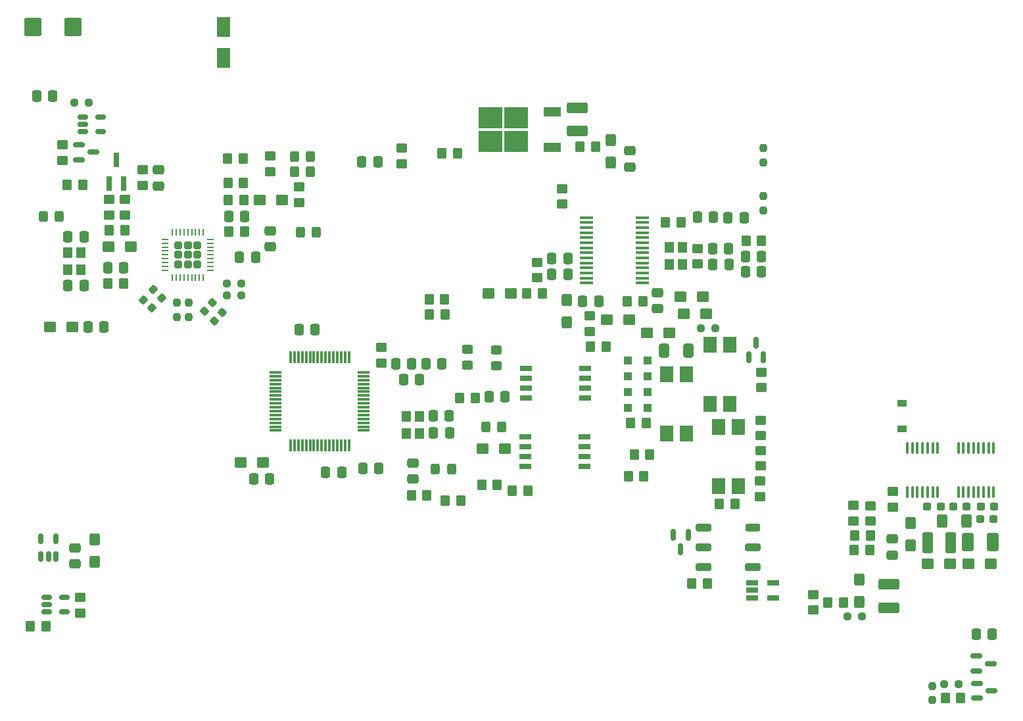
<source format=gbr>
%TF.GenerationSoftware,KiCad,Pcbnew,6.0.2+dfsg-1*%
%TF.CreationDate,2024-08-04T07:55:02+02:00*%
%TF.ProjectId,radio-usb,72616469-6f2d-4757-9362-2e6b69636164,rev?*%
%TF.SameCoordinates,Original*%
%TF.FileFunction,Paste,Top*%
%TF.FilePolarity,Positive*%
%FSLAX46Y46*%
G04 Gerber Fmt 4.6, Leading zero omitted, Abs format (unit mm)*
G04 Created by KiCad (PCBNEW 6.0.2+dfsg-1) date 2024-08-04 07:55:02*
%MOMM*%
%LPD*%
G01*
G04 APERTURE LIST*
G04 Aperture macros list*
%AMRoundRect*
0 Rectangle with rounded corners*
0 $1 Rounding radius*
0 $2 $3 $4 $5 $6 $7 $8 $9 X,Y pos of 4 corners*
0 Add a 4 corners polygon primitive as box body*
4,1,4,$2,$3,$4,$5,$6,$7,$8,$9,$2,$3,0*
0 Add four circle primitives for the rounded corners*
1,1,$1+$1,$2,$3*
1,1,$1+$1,$4,$5*
1,1,$1+$1,$6,$7*
1,1,$1+$1,$8,$9*
0 Add four rect primitives between the rounded corners*
20,1,$1+$1,$2,$3,$4,$5,0*
20,1,$1+$1,$4,$5,$6,$7,0*
20,1,$1+$1,$6,$7,$8,$9,0*
20,1,$1+$1,$8,$9,$2,$3,0*%
G04 Aperture macros list end*
%ADD10RoundRect,0.250000X0.450000X-0.350000X0.450000X0.350000X-0.450000X0.350000X-0.450000X-0.350000X0*%
%ADD11RoundRect,0.250000X-0.537500X-0.425000X0.537500X-0.425000X0.537500X0.425000X-0.537500X0.425000X0*%
%ADD12RoundRect,0.250000X-0.337500X-0.475000X0.337500X-0.475000X0.337500X0.475000X-0.337500X0.475000X0*%
%ADD13R,1.800000X2.500000*%
%ADD14RoundRect,0.250001X-0.462499X-1.074999X0.462499X-1.074999X0.462499X1.074999X-0.462499X1.074999X0*%
%ADD15RoundRect,0.250000X-0.350000X-0.450000X0.350000X-0.450000X0.350000X0.450000X-0.350000X0.450000X0*%
%ADD16RoundRect,0.237500X-0.250000X-0.237500X0.250000X-0.237500X0.250000X0.237500X-0.250000X0.237500X0*%
%ADD17RoundRect,0.250000X0.450000X-0.325000X0.450000X0.325000X-0.450000X0.325000X-0.450000X-0.325000X0*%
%ADD18RoundRect,0.250000X-0.475000X0.337500X-0.475000X-0.337500X0.475000X-0.337500X0.475000X0.337500X0*%
%ADD19RoundRect,0.250000X0.475000X-0.337500X0.475000X0.337500X-0.475000X0.337500X-0.475000X-0.337500X0*%
%ADD20RoundRect,0.250000X0.337500X0.475000X-0.337500X0.475000X-0.337500X-0.475000X0.337500X-0.475000X0*%
%ADD21RoundRect,0.250001X1.074999X-0.462499X1.074999X0.462499X-1.074999X0.462499X-1.074999X-0.462499X0*%
%ADD22R,1.560000X0.650000*%
%ADD23RoundRect,0.250000X-0.425000X0.537500X-0.425000X-0.537500X0.425000X-0.537500X0.425000X0.537500X0*%
%ADD24RoundRect,0.237500X-0.344715X0.008839X0.008839X-0.344715X0.344715X-0.008839X-0.008839X0.344715X0*%
%ADD25RoundRect,0.250000X0.325000X0.450000X-0.325000X0.450000X-0.325000X-0.450000X0.325000X-0.450000X0*%
%ADD26RoundRect,0.250001X-1.074999X0.462499X-1.074999X-0.462499X1.074999X-0.462499X1.074999X0.462499X0*%
%ADD27RoundRect,0.250000X0.537500X0.425000X-0.537500X0.425000X-0.537500X-0.425000X0.537500X-0.425000X0*%
%ADD28R,1.600000X0.760000*%
%ADD29RoundRect,0.150000X-0.587500X-0.150000X0.587500X-0.150000X0.587500X0.150000X-0.587500X0.150000X0*%
%ADD30R,1.000000X1.000000*%
%ADD31RoundRect,0.237500X-0.237500X0.250000X-0.237500X-0.250000X0.237500X-0.250000X0.237500X0.250000X0*%
%ADD32RoundRect,0.237500X0.008839X0.344715X-0.344715X-0.008839X-0.008839X-0.344715X0.344715X0.008839X0*%
%ADD33RoundRect,0.250000X0.350000X0.450000X-0.350000X0.450000X-0.350000X-0.450000X0.350000X-0.450000X0*%
%ADD34RoundRect,0.250000X-0.412500X-0.650000X0.412500X-0.650000X0.412500X0.650000X-0.412500X0.650000X0*%
%ADD35RoundRect,0.150000X0.150000X-0.587500X0.150000X0.587500X-0.150000X0.587500X-0.150000X-0.587500X0*%
%ADD36RoundRect,0.237500X0.250000X0.237500X-0.250000X0.237500X-0.250000X-0.237500X0.250000X-0.237500X0*%
%ADD37RoundRect,0.150000X-0.150000X0.587500X-0.150000X-0.587500X0.150000X-0.587500X0.150000X0.587500X0*%
%ADD38RoundRect,0.150000X0.150000X-0.512500X0.150000X0.512500X-0.150000X0.512500X-0.150000X-0.512500X0*%
%ADD39R,1.200000X0.900000*%
%ADD40RoundRect,0.250000X-0.450000X0.350000X-0.450000X-0.350000X0.450000X-0.350000X0.450000X0.350000X0*%
%ADD41RoundRect,0.237500X0.300000X0.237500X-0.300000X0.237500X-0.300000X-0.237500X0.300000X-0.237500X0*%
%ADD42R,1.200000X1.400000*%
%ADD43RoundRect,0.237500X0.237500X-0.250000X0.237500X0.250000X-0.237500X0.250000X-0.237500X-0.250000X0*%
%ADD44RoundRect,0.100000X0.100000X-0.637500X0.100000X0.637500X-0.100000X0.637500X-0.100000X-0.637500X0*%
%ADD45R,1.780000X2.000000*%
%ADD46RoundRect,0.250000X-0.400000X-0.625000X0.400000X-0.625000X0.400000X0.625000X-0.400000X0.625000X0*%
%ADD47RoundRect,0.237500X-0.300000X-0.237500X0.300000X-0.237500X0.300000X0.237500X-0.300000X0.237500X0*%
%ADD48RoundRect,0.250000X0.425000X-0.537500X0.425000X0.537500X-0.425000X0.537500X-0.425000X-0.537500X0*%
%ADD49R,3.050000X2.750000*%
%ADD50R,2.200000X1.200000*%
%ADD51R,1.750000X0.450000*%
%ADD52RoundRect,0.150000X-0.512500X-0.150000X0.512500X-0.150000X0.512500X0.150000X-0.512500X0.150000X0*%
%ADD53RoundRect,0.250001X-0.499999X-0.924999X0.499999X-0.924999X0.499999X0.924999X-0.499999X0.924999X0*%
%ADD54RoundRect,0.250000X-0.325000X-0.450000X0.325000X-0.450000X0.325000X0.450000X-0.325000X0.450000X0*%
%ADD55RoundRect,0.250000X0.760500X0.250000X-0.760500X0.250000X-0.760500X-0.250000X0.760500X-0.250000X0*%
%ADD56RoundRect,0.250000X0.750000X0.250000X-0.750000X0.250000X-0.750000X-0.250000X0.750000X-0.250000X0*%
%ADD57RoundRect,0.250000X0.700000X0.250000X-0.700000X0.250000X-0.700000X-0.250000X0.700000X-0.250000X0*%
%ADD58RoundRect,0.247500X0.247500X-0.247500X0.247500X0.247500X-0.247500X0.247500X-0.247500X-0.247500X0*%
%ADD59RoundRect,0.062500X0.062500X-0.350000X0.062500X0.350000X-0.062500X0.350000X-0.062500X-0.350000X0*%
%ADD60RoundRect,0.062500X0.350000X-0.062500X0.350000X0.062500X-0.350000X0.062500X-0.350000X-0.062500X0*%
%ADD61R,0.800000X1.900000*%
%ADD62RoundRect,0.075000X0.700000X0.075000X-0.700000X0.075000X-0.700000X-0.075000X0.700000X-0.075000X0*%
%ADD63RoundRect,0.075000X0.075000X0.700000X-0.075000X0.700000X-0.075000X-0.700000X0.075000X-0.700000X0*%
%ADD64RoundRect,0.250000X0.875000X0.925000X-0.875000X0.925000X-0.875000X-0.925000X0.875000X-0.925000X0*%
G04 APERTURE END LIST*
D10*
%TO.C,R27*%
X134010400Y-80552800D03*
X134010400Y-78552800D03*
%TD*%
D11*
%TO.C,C61*%
X114222500Y-65650000D03*
X117097500Y-65650000D03*
%TD*%
%TO.C,C38*%
X98206700Y-82219800D03*
X101081700Y-82219800D03*
%TD*%
D12*
%TO.C,C34*%
X88036400Y-73374522D03*
X90111400Y-73374522D03*
%TD*%
D13*
%TO.C,D4*%
X64846200Y-27946600D03*
X64846200Y-31946600D03*
%TD*%
D14*
%TO.C,L2*%
X155560700Y-94310200D03*
X158535700Y-94310200D03*
%TD*%
D15*
%TO.C,R34*%
X39995600Y-105054400D03*
X41995600Y-105054400D03*
%TD*%
D16*
%TO.C,R17*%
X45671100Y-37719000D03*
X47496100Y-37719000D03*
%TD*%
D17*
%TO.C,D16*%
X96266000Y-71459200D03*
X96266000Y-69409200D03*
%TD*%
D18*
%TO.C,C9*%
X70891400Y-54182100D03*
X70891400Y-56257100D03*
%TD*%
D19*
%TO.C,C57*%
X120777000Y-64228800D03*
X120777000Y-62153800D03*
%TD*%
D20*
%TO.C,C58*%
X109217500Y-57740000D03*
X107142500Y-57740000D03*
%TD*%
D21*
%TO.C,L3*%
X150571200Y-102681100D03*
X150571200Y-99706100D03*
%TD*%
D15*
%TO.C,R10*%
X50003200Y-61010800D03*
X52003200Y-61010800D03*
%TD*%
D22*
%TO.C,U16*%
X132960000Y-99510000D03*
X132960000Y-100460000D03*
X132960000Y-101410000D03*
X135660000Y-101410000D03*
X135660000Y-99510000D03*
%TD*%
D23*
%TO.C,C42*%
X48310800Y-93914100D03*
X48310800Y-96789100D03*
%TD*%
D12*
%TO.C,C14*%
X66932900Y-57607200D03*
X69007900Y-57607200D03*
%TD*%
D10*
%TO.C,R16*%
X44145200Y-45145200D03*
X44145200Y-43145200D03*
%TD*%
D20*
%TO.C,C59*%
X109217500Y-59750000D03*
X107142500Y-59750000D03*
%TD*%
D24*
%TO.C,R46*%
X63449200Y-63423800D03*
X64739670Y-64714270D03*
%TD*%
D15*
%TO.C,R33*%
X146167600Y-93370400D03*
X148167600Y-93370400D03*
%TD*%
D10*
%TO.C,R14*%
X50165000Y-52155600D03*
X50165000Y-50155600D03*
%TD*%
D12*
%TO.C,C51*%
X127842100Y-56464200D03*
X129917100Y-56464200D03*
%TD*%
D25*
%TO.C,L4*%
X100669200Y-79445122D03*
X98619200Y-79445122D03*
%TD*%
D11*
%TO.C,C60*%
X119362500Y-67320000D03*
X122237500Y-67320000D03*
%TD*%
D26*
%TO.C,L5*%
X110439200Y-38390500D03*
X110439200Y-41365500D03*
%TD*%
D27*
%TO.C,C13*%
X52923300Y-56261000D03*
X50048300Y-56261000D03*
%TD*%
D11*
%TO.C,C18*%
X160792300Y-97028000D03*
X163667300Y-97028000D03*
%TD*%
D28*
%TO.C,SW5*%
X103755100Y-80664322D03*
X103755100Y-81934322D03*
X103755100Y-83204322D03*
X103755100Y-84474322D03*
X111375100Y-84474322D03*
X111375100Y-83204322D03*
X111375100Y-81934322D03*
X111375100Y-80664322D03*
%TD*%
D18*
%TO.C,C39*%
X117170200Y-43869700D03*
X117170200Y-45944700D03*
%TD*%
D11*
%TO.C,C11*%
X69504700Y-50215800D03*
X72379700Y-50215800D03*
%TD*%
D15*
%TO.C,R57*%
X91354400Y-62992000D03*
X93354400Y-62992000D03*
%TD*%
D29*
%TO.C,Q3*%
X161876500Y-112435600D03*
X161876500Y-114335600D03*
X163751500Y-113385600D03*
%TD*%
D20*
%TO.C,C5*%
X46884500Y-54940200D03*
X44809500Y-54940200D03*
%TD*%
D10*
%TO.C,R23*%
X46380400Y-103362000D03*
X46380400Y-101362000D03*
%TD*%
D11*
%TO.C,C50*%
X124165500Y-64871600D03*
X127040500Y-64871600D03*
%TD*%
D30*
%TO.C,D18*%
X119461600Y-72898000D03*
X116961600Y-72898000D03*
%TD*%
%TO.C,D17*%
X119461600Y-70891400D03*
X116961600Y-70891400D03*
%TD*%
D31*
%TO.C,R22*%
X58877200Y-63425700D03*
X58877200Y-65250700D03*
%TD*%
D11*
%TO.C,C54*%
X123759100Y-62661800D03*
X126634100Y-62661800D03*
%TD*%
D12*
%TO.C,C28*%
X90932000Y-71342522D03*
X93007000Y-71342522D03*
%TD*%
D10*
%TO.C,R2*%
X74650600Y-50530000D03*
X74650600Y-48530000D03*
%TD*%
D15*
%TO.C,R53*%
X110760000Y-43357800D03*
X112760000Y-43357800D03*
%TD*%
D32*
%TO.C,R30*%
X56906235Y-62829365D03*
X55615765Y-64119835D03*
%TD*%
D33*
%TO.C,R44*%
X97262100Y-75711322D03*
X95262100Y-75711322D03*
%TD*%
D34*
%TO.C,C62*%
X121587500Y-69610000D03*
X124712500Y-69610000D03*
%TD*%
D15*
%TO.C,R51*%
X93437200Y-88925400D03*
X95437200Y-88925400D03*
%TD*%
D23*
%TO.C,C48*%
X109090000Y-63082500D03*
X109090000Y-65957500D03*
%TD*%
D10*
%TO.C,R65*%
X134010400Y-84439000D03*
X134010400Y-82439000D03*
%TD*%
D30*
%TO.C,D19*%
X119461600Y-74904600D03*
X116961600Y-74904600D03*
%TD*%
D35*
%TO.C,Q4*%
X132527000Y-70431900D03*
X134427000Y-70431900D03*
X133477000Y-68556900D03*
%TD*%
D36*
%TO.C,R35*%
X147072500Y-103780000D03*
X145247500Y-103780000D03*
%TD*%
D18*
%TO.C,C10*%
X45770800Y-94974500D03*
X45770800Y-97049500D03*
%TD*%
D19*
%TO.C,C21*%
X150977600Y-95931900D03*
X150977600Y-93856900D03*
%TD*%
D33*
%TO.C,R80*%
X119750000Y-82960000D03*
X117750000Y-82960000D03*
%TD*%
D36*
%TO.C,R78*%
X128166500Y-66751200D03*
X126341500Y-66751200D03*
%TD*%
D23*
%TO.C,C37*%
X114757200Y-42504500D03*
X114757200Y-45379500D03*
%TD*%
D15*
%TO.C,R5*%
X50181000Y-54152800D03*
X52181000Y-54152800D03*
%TD*%
D33*
%TO.C,R49*%
X100110800Y-86868000D03*
X98110800Y-86868000D03*
%TD*%
D16*
%TO.C,R43*%
X65305300Y-62484000D03*
X67130300Y-62484000D03*
%TD*%
D37*
%TO.C,Q5*%
X124700000Y-93312500D03*
X122800000Y-93312500D03*
X123750000Y-95187500D03*
%TD*%
D16*
%TO.C,R42*%
X65305300Y-60960000D03*
X67130300Y-60960000D03*
%TD*%
D12*
%TO.C,C52*%
X127867500Y-58496200D03*
X129942500Y-58496200D03*
%TD*%
D38*
%TO.C,U4*%
X41366400Y-96133500D03*
X42316400Y-96133500D03*
X43266400Y-96133500D03*
X43266400Y-93858500D03*
X41366400Y-93858500D03*
%TD*%
D27*
%TO.C,C49*%
X101894500Y-62230000D03*
X99019500Y-62230000D03*
%TD*%
D39*
%TO.C,D7*%
X152222200Y-79678800D03*
X152222200Y-76378800D03*
%TD*%
D29*
%TO.C,Q2*%
X161800300Y-108930400D03*
X161800300Y-110830400D03*
X163675300Y-109880400D03*
%TD*%
D15*
%TO.C,R79*%
X125200000Y-99590000D03*
X127200000Y-99590000D03*
%TD*%
D40*
%TO.C,R9*%
X148183600Y-89551000D03*
X148183600Y-91551000D03*
%TD*%
D41*
%TO.C,C32*%
X160577700Y-89636600D03*
X158852700Y-89636600D03*
%TD*%
D42*
%TO.C,Y1*%
X46544600Y-59189800D03*
X46544600Y-56989800D03*
X44844600Y-56989800D03*
X44844600Y-59189800D03*
%TD*%
D33*
%TO.C,R54*%
X123783600Y-53111400D03*
X121783600Y-53111400D03*
%TD*%
D20*
%TO.C,C1*%
X49475300Y-66522600D03*
X47400300Y-66522600D03*
%TD*%
D43*
%TO.C,R70*%
X134391400Y-51560100D03*
X134391400Y-49735100D03*
%TD*%
D24*
%TO.C,R48*%
X62382400Y-64490600D03*
X63672870Y-65781070D03*
%TD*%
D44*
%TO.C,U13*%
X159497600Y-87850900D03*
X160147600Y-87850900D03*
X160797600Y-87850900D03*
X161447600Y-87850900D03*
X162097600Y-87850900D03*
X162747600Y-87850900D03*
X163397600Y-87850900D03*
X164047600Y-87850900D03*
X164047600Y-82125900D03*
X163397600Y-82125900D03*
X162747600Y-82125900D03*
X162097600Y-82125900D03*
X161447600Y-82125900D03*
X160797600Y-82125900D03*
X160147600Y-82125900D03*
X159497598Y-82125896D03*
%TD*%
D15*
%TO.C,R60*%
X116900000Y-63250000D03*
X118900000Y-63250000D03*
%TD*%
D31*
%TO.C,R24*%
X60401200Y-63425700D03*
X60401200Y-65250700D03*
%TD*%
D20*
%TO.C,C55*%
X134158900Y-57531000D03*
X132083900Y-57531000D03*
%TD*%
D40*
%TO.C,R38*%
X146024600Y-89500200D03*
X146024600Y-91500200D03*
%TD*%
D12*
%TO.C,C4*%
X82680900Y-45339000D03*
X84755900Y-45339000D03*
%TD*%
D33*
%TO.C,R4*%
X67471800Y-50215800D03*
X65471800Y-50215800D03*
%TD*%
D15*
%TO.C,R29*%
X128720000Y-89340000D03*
X130720000Y-89340000D03*
%TD*%
D10*
%TO.C,R18*%
X87833200Y-45526200D03*
X87833200Y-43526200D03*
%TD*%
D30*
%TO.C,D20*%
X119461600Y-76936600D03*
X116961600Y-76936600D03*
%TD*%
D32*
%TO.C,R26*%
X55839435Y-61762565D03*
X54548965Y-63053035D03*
%TD*%
D33*
%TO.C,R6*%
X67573400Y-54305200D03*
X65573400Y-54305200D03*
%TD*%
%TO.C,R62*%
X105902000Y-62204600D03*
X103902000Y-62204600D03*
%TD*%
D20*
%TO.C,C36*%
X101138900Y-75565000D03*
X99063900Y-75565000D03*
%TD*%
D15*
%TO.C,R1*%
X44745400Y-48260000D03*
X46745400Y-48260000D03*
%TD*%
D45*
%TO.C,U20*%
X128625600Y-87020400D03*
X131165600Y-87020400D03*
X131165600Y-79400400D03*
X128625600Y-79400400D03*
%TD*%
D46*
%TO.C,R20*%
X157428600Y-91541600D03*
X160528600Y-91541600D03*
%TD*%
D28*
%TO.C,SW4*%
X103831300Y-71901322D03*
X103831300Y-73171322D03*
X103831300Y-74441322D03*
X103831300Y-75711322D03*
X111451300Y-75711322D03*
X111451300Y-74441322D03*
X111451300Y-73171322D03*
X111451300Y-71901322D03*
%TD*%
D47*
%TO.C,C29*%
X162383300Y-89687400D03*
X164108300Y-89687400D03*
%TD*%
D48*
%TO.C,C16*%
X153365200Y-94655500D03*
X153365200Y-91780500D03*
%TD*%
D12*
%TO.C,C27*%
X125911700Y-52451000D03*
X127986700Y-52451000D03*
%TD*%
D42*
%TO.C,Y2*%
X90093800Y-78038600D03*
X90093800Y-80238600D03*
X88393800Y-80238600D03*
X88393800Y-78038600D03*
%TD*%
D10*
%TO.C,R45*%
X108483400Y-50758600D03*
X108483400Y-48758600D03*
%TD*%
%TO.C,R61*%
X105283000Y-60232800D03*
X105283000Y-58232800D03*
%TD*%
D45*
%TO.C,U21*%
X127508000Y-76479400D03*
X130048000Y-76479400D03*
X130048000Y-68859400D03*
X127508000Y-68859400D03*
%TD*%
D15*
%TO.C,R32*%
X146066000Y-95275400D03*
X148066000Y-95275400D03*
%TD*%
D40*
%TO.C,R40*%
X151028400Y-87747600D03*
X151028400Y-89747600D03*
%TD*%
D15*
%TO.C,R52*%
X89068400Y-88265000D03*
X91068400Y-88265000D03*
%TD*%
D40*
%TO.C,R15*%
X54457600Y-46345600D03*
X54457600Y-48345600D03*
%TD*%
D20*
%TO.C,C43*%
X131923700Y-52476400D03*
X129848700Y-52476400D03*
%TD*%
D17*
%TO.C,D15*%
X99999800Y-71535400D03*
X99999800Y-69485400D03*
%TD*%
D27*
%TO.C,C56*%
X69988200Y-83966322D03*
X67113200Y-83966322D03*
%TD*%
D12*
%TO.C,C35*%
X87045800Y-71342522D03*
X89120800Y-71342522D03*
%TD*%
%TO.C,C45*%
X132058500Y-59486800D03*
X134133500Y-59486800D03*
%TD*%
%TO.C,C25*%
X82804000Y-84728322D03*
X84879000Y-84728322D03*
%TD*%
D25*
%TO.C,D6*%
X76056600Y-46609000D03*
X74006600Y-46609000D03*
%TD*%
D33*
%TO.C,R81*%
X119008400Y-85750400D03*
X117008400Y-85750400D03*
%TD*%
%TO.C,R8*%
X67421000Y-44907200D03*
X65421000Y-44907200D03*
%TD*%
%TO.C,R41*%
X159800800Y-114274600D03*
X157800800Y-114274600D03*
%TD*%
D10*
%TO.C,R31*%
X140817600Y-102981000D03*
X140817600Y-100981000D03*
%TD*%
D49*
%TO.C,U7*%
X102572000Y-42698400D03*
X99222000Y-39648400D03*
X99222000Y-42698400D03*
X102572000Y-39648400D03*
D50*
X107197000Y-43453400D03*
X107197000Y-38893400D03*
%TD*%
D47*
%TO.C,C33*%
X162332500Y-91287600D03*
X164057500Y-91287600D03*
%TD*%
D10*
%TO.C,R55*%
X125919611Y-58462598D03*
X125919611Y-56462598D03*
%TD*%
D19*
%TO.C,C41*%
X89277100Y-86121422D03*
X89277100Y-84046422D03*
%TD*%
D10*
%TO.C,R3*%
X70891400Y-46567600D03*
X70891400Y-44567600D03*
%TD*%
D33*
%TO.C,R19*%
X94980000Y-44221400D03*
X92980000Y-44221400D03*
%TD*%
D43*
%TO.C,R36*%
X156108400Y-114577500D03*
X156108400Y-112752500D03*
%TD*%
D51*
%TO.C,U15*%
X111614400Y-52467800D03*
X111614400Y-53117800D03*
X111614407Y-53767812D03*
X111614407Y-54417798D03*
X111614407Y-55067810D03*
X111614407Y-55717796D03*
X111614407Y-56367807D03*
X111614400Y-57017800D03*
X111614400Y-57667800D03*
X111614400Y-58317800D03*
X111614407Y-58967802D03*
X111614400Y-59617800D03*
X111614400Y-60267800D03*
X111614400Y-60917800D03*
X118814400Y-60917800D03*
X118814400Y-60267800D03*
X118814400Y-59617800D03*
X118814393Y-58967802D03*
X118814400Y-58317800D03*
X118814400Y-57667800D03*
X118814400Y-57017800D03*
X118814393Y-56367807D03*
X118814400Y-55717800D03*
X118814400Y-55067800D03*
X118814393Y-54417798D03*
X118814393Y-53767812D03*
X118814400Y-53117800D03*
X118814393Y-52467789D03*
%TD*%
D33*
%TO.C,R7*%
X67446400Y-47980600D03*
X65446400Y-47980600D03*
%TD*%
D15*
%TO.C,R59*%
X91379800Y-64947800D03*
X93379800Y-64947800D03*
%TD*%
D20*
%TO.C,C2*%
X46884500Y-61214000D03*
X44809500Y-61214000D03*
%TD*%
D18*
%TO.C,C7*%
X56515000Y-46333500D03*
X56515000Y-48408500D03*
%TD*%
D47*
%TO.C,C24*%
X155499900Y-89636600D03*
X157224900Y-89636600D03*
%TD*%
D15*
%TO.C,R39*%
X142710000Y-102020000D03*
X144710000Y-102020000D03*
%TD*%
D52*
%TO.C,U5*%
X46741500Y-39537600D03*
X46741500Y-40487600D03*
X46741500Y-41437600D03*
X49016500Y-41437600D03*
X49016500Y-39537600D03*
%TD*%
D12*
%TO.C,C6*%
X49965700Y-58953400D03*
X52040700Y-58953400D03*
%TD*%
%TO.C,C31*%
X91871800Y-78022722D03*
X93946800Y-78022722D03*
%TD*%
D53*
%TO.C,C19*%
X160681000Y-94259400D03*
X163931000Y-94259400D03*
%TD*%
D10*
%TO.C,R28*%
X133934200Y-88376000D03*
X133934200Y-86376000D03*
%TD*%
D44*
%TO.C,U9*%
X152939200Y-87850900D03*
X153589200Y-87850900D03*
X154239200Y-87850900D03*
X154889200Y-87850900D03*
X155539211Y-87850904D03*
X156189197Y-87850904D03*
X156839200Y-87850900D03*
X156839200Y-82125900D03*
X156189200Y-82125900D03*
X155539200Y-82125900D03*
X154889200Y-82125900D03*
X154239189Y-82125896D03*
X153589200Y-82125900D03*
X152939191Y-82125896D03*
%TD*%
D54*
%TO.C,D1*%
X41697800Y-52349400D03*
X43747800Y-52349400D03*
%TD*%
D15*
%TO.C,R50*%
X102073200Y-87655400D03*
X104073200Y-87655400D03*
%TD*%
D45*
%TO.C,U18*%
X121900000Y-80270000D03*
X124440000Y-80270000D03*
X124440000Y-72650000D03*
X121900000Y-72650000D03*
%TD*%
D33*
%TO.C,R58*%
X134146800Y-55499000D03*
X132146800Y-55499000D03*
%TD*%
D15*
%TO.C,R67*%
X112150000Y-69120000D03*
X114150000Y-69120000D03*
%TD*%
D12*
%TO.C,C12*%
X65510500Y-52298600D03*
X67585500Y-52298600D03*
%TD*%
D54*
%TO.C,D5*%
X74006600Y-44602400D03*
X76056600Y-44602400D03*
%TD*%
D33*
%TO.C,R66*%
X119310000Y-78890000D03*
X117310000Y-78890000D03*
%TD*%
D11*
%TO.C,C20*%
X155534500Y-97002600D03*
X158409500Y-97002600D03*
%TD*%
D20*
%TO.C,C46*%
X113217500Y-63230000D03*
X111142500Y-63230000D03*
%TD*%
D11*
%TO.C,C8*%
X42555300Y-66522600D03*
X45430300Y-66522600D03*
%TD*%
D12*
%TO.C,C47*%
X74574400Y-66922922D03*
X76649400Y-66922922D03*
%TD*%
D40*
%TO.C,R68*%
X112020000Y-65150000D03*
X112020000Y-67150000D03*
%TD*%
D29*
%TO.C,Q1*%
X46230300Y-43119000D03*
X46230300Y-45019000D03*
X48105300Y-44069000D03*
%TD*%
D16*
%TO.C,R37*%
X157710500Y-112522000D03*
X159535500Y-112522000D03*
%TD*%
D12*
%TO.C,C53*%
X78003400Y-85312522D03*
X80078400Y-85312522D03*
%TD*%
%TO.C,C17*%
X40821700Y-36880800D03*
X42896700Y-36880800D03*
%TD*%
D20*
%TO.C,C22*%
X163851500Y-106095800D03*
X161776500Y-106095800D03*
%TD*%
D42*
%TO.C,Y3*%
X123989200Y-58504000D03*
X123989200Y-56304000D03*
X122289200Y-56304000D03*
X122289200Y-58504000D03*
%TD*%
D10*
%TO.C,R47*%
X85162300Y-71174122D03*
X85162300Y-69174122D03*
%TD*%
D20*
%TO.C,C26*%
X70832800Y-86125322D03*
X68757800Y-86125322D03*
%TD*%
D25*
%TO.C,L6*%
X94213700Y-84880722D03*
X92163700Y-84880722D03*
%TD*%
D40*
%TO.C,R63*%
X134112000Y-72360000D03*
X134112000Y-74360000D03*
%TD*%
%TO.C,R13*%
X52146200Y-50155600D03*
X52146200Y-52155600D03*
%TD*%
D55*
%TO.C,SW8*%
X133059500Y-97423500D03*
D56*
X133070000Y-94923500D03*
D57*
X133020000Y-92423500D03*
D55*
X126680500Y-97423500D03*
X126680500Y-94923500D03*
X126680500Y-92423500D03*
%TD*%
D23*
%TO.C,C23*%
X146740000Y-99052500D03*
X146740000Y-101927500D03*
%TD*%
D58*
%TO.C,U6*%
X59044200Y-57277000D03*
X60274200Y-58507000D03*
X60274200Y-56047000D03*
X59044200Y-56047000D03*
X59044200Y-58507000D03*
X61504200Y-57277000D03*
X61504200Y-58507000D03*
X61504200Y-56047000D03*
X60274200Y-57277000D03*
D59*
X58274200Y-60214500D03*
X58774200Y-60214500D03*
X59274200Y-60214500D03*
X59774200Y-60214500D03*
X60274200Y-60214500D03*
X60774200Y-60214500D03*
X61274200Y-60214500D03*
X61774200Y-60214500D03*
X62274200Y-60214500D03*
D60*
X63211700Y-59277000D03*
X63211710Y-58776997D03*
X63211700Y-58277000D03*
X63211710Y-57776999D03*
X63211710Y-57277000D03*
X63211700Y-56777000D03*
X63211710Y-56277002D03*
X63211700Y-55777000D03*
X63211700Y-55277000D03*
D59*
X62274200Y-54339500D03*
X61774200Y-54339500D03*
X61274198Y-54339490D03*
X60774200Y-54339500D03*
X60274200Y-54339500D03*
X59774200Y-54339500D03*
X59274200Y-54339500D03*
X58774200Y-54339500D03*
X58274200Y-54339500D03*
D60*
X57336700Y-55277000D03*
X57336704Y-55776992D03*
X57336700Y-56277000D03*
X57336700Y-56777000D03*
X57336700Y-57277000D03*
X57336700Y-57777000D03*
X57336700Y-58277000D03*
X57336700Y-58777000D03*
X57336700Y-59277000D03*
%TD*%
D61*
%TO.C,U3*%
X50104000Y-48083600D03*
X52004000Y-48083600D03*
X51054000Y-45083600D03*
%TD*%
D12*
%TO.C,C30*%
X91897200Y-80232522D03*
X93972200Y-80232522D03*
%TD*%
D43*
%TO.C,R69*%
X134416800Y-45387900D03*
X134416800Y-43562900D03*
%TD*%
D52*
%TO.C,U10*%
X42118700Y-101361200D03*
X42118700Y-102311200D03*
X42118700Y-103261200D03*
X44393700Y-103261200D03*
X44393700Y-101361200D03*
%TD*%
D25*
%TO.C,L1*%
X76793200Y-54381400D03*
X74743200Y-54381400D03*
%TD*%
D62*
%TO.C,U17*%
X82937883Y-79893135D03*
X82937900Y-79393122D03*
X82937900Y-78893122D03*
X82937900Y-78393122D03*
X82937895Y-77893131D03*
X82937895Y-77393132D03*
X82937895Y-76893133D03*
X82937895Y-76393134D03*
X82937895Y-75893110D03*
X82937895Y-75393111D03*
X82937895Y-74893112D03*
X82937900Y-74393122D03*
X82937895Y-73893114D03*
X82937900Y-73393122D03*
X82937895Y-72893116D03*
X82937900Y-72393122D03*
D63*
X81012905Y-70468127D03*
X80512900Y-70468122D03*
X80012900Y-70468122D03*
X79512900Y-70468122D03*
X79012900Y-70468122D03*
X78512900Y-70468122D03*
X78012911Y-70468127D03*
X77512900Y-70468122D03*
X77012900Y-70468122D03*
X76512900Y-70468122D03*
X76012900Y-70468122D03*
X75512900Y-70468122D03*
X75012900Y-70468122D03*
X74512893Y-70468127D03*
X74012900Y-70468122D03*
X73512895Y-70468127D03*
D62*
X71587900Y-72393122D03*
X71587905Y-72893116D03*
X71587905Y-73393115D03*
X71587905Y-73893114D03*
X71587900Y-74393122D03*
X71587900Y-74893122D03*
X71587900Y-75393122D03*
X71587900Y-75893122D03*
X71587900Y-76393122D03*
X71587900Y-76893122D03*
X71587900Y-77393122D03*
X71587900Y-77893122D03*
X71587905Y-78393130D03*
X71587900Y-78893122D03*
X71587900Y-79393122D03*
X71587900Y-79893122D03*
D63*
X73512900Y-81818122D03*
X74012894Y-81818117D03*
X74512893Y-81818117D03*
X75012892Y-81818117D03*
X75512891Y-81818117D03*
X76012900Y-81818122D03*
X76512900Y-81818122D03*
X77012900Y-81818122D03*
X77512912Y-81818117D03*
X78012900Y-81818122D03*
X78512900Y-81818122D03*
X79012900Y-81818122D03*
X79512908Y-81818117D03*
X80012907Y-81818117D03*
X80512900Y-81818122D03*
X81012900Y-81818122D03*
%TD*%
D64*
%TO.C,C3*%
X45450600Y-27965400D03*
X40350600Y-27965400D03*
%TD*%
M02*

</source>
